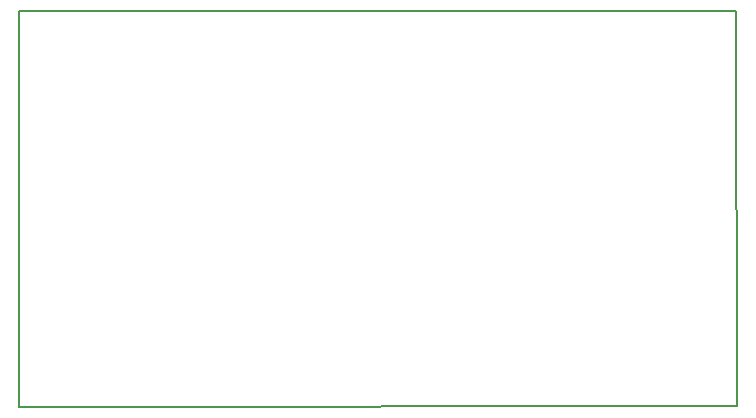
<source format=gbr>
%TF.GenerationSoftware,KiCad,Pcbnew,(5.0.2)-1*%
%TF.CreationDate,2021-04-08T12:32:07+02:00*%
%TF.ProjectId,trackerGPS,74726163-6b65-4724-9750-532e6b696361,rev?*%
%TF.SameCoordinates,Original*%
%TF.FileFunction,Profile,NP*%
%FSLAX46Y46*%
G04 Gerber Fmt 4.6, Leading zero omitted, Abs format (unit mm)*
G04 Created by KiCad (PCBNEW (5.0.2)-1) date 08/04/2021 12:32:07*
%MOMM*%
%LPD*%
G01*
G04 APERTURE LIST*
%ADD10C,0.200000*%
G04 APERTURE END LIST*
D10*
X98806000Y-95910400D02*
X98806000Y-62433200D01*
X159588200Y-95834200D02*
X98806000Y-95910400D01*
X159512000Y-62357000D02*
X159588200Y-95834200D01*
X98806000Y-62433200D02*
X159512000Y-62357000D01*
M02*

</source>
